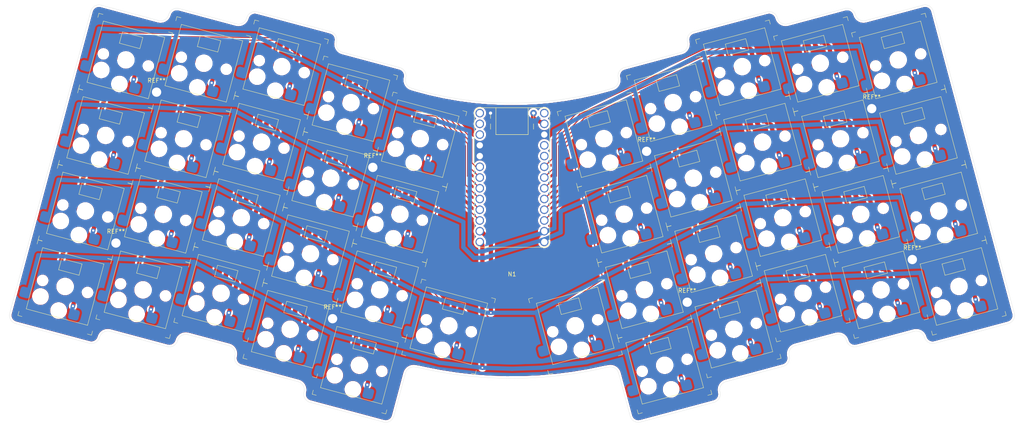
<source format=kicad_pcb>
(kicad_pcb (version 20211014) (generator pcbnew)
  (layers (0 "F.Cu" signal) (31 "B.Cu" signal) (34 "B.Paste" user) (35 "F.Paste" user) (36 "B.SilkS" user "B.Silkscreen") (37 "F.SilkS" user "F.Silkscreen") (38 "B.Mask" user) (39 "F.Mask" user) (44 "Edge.Cuts" user))
  (net 0 "")
  (net 1 "S3")
  (net 2 "L5")
  (net 3 "L4")
  (net 4 "L3")
  (net 5 "L2")
  (net 6 "L1")
  (net 7 "R1")
  (net 8 "R2")
  (net 9 "R3")
  (net 10 "R4")
  (net 11 "R5")
  (net 12 "S2")
  (net 13 "S1")
  (net 14 "S0")
  (net 15 "L0")
  (net 16 "R0")
  (net 17 "Net-(N1-Pad18)")
  (net 18 "Net-(N1-Pad17)")
  (net 19 "GND")
  (net 20 "Net-(N1-Pad15)")
  (net 21 "Net-(N1-Pad14)")
  (net 22 "Net-(N1-Pad3)")
  (net 23 "Net-(N1-Pad2)")
  (net 24 "Net-(N1-Pad1)")
  (footprint "batreus:HotChoc" (layer "F.Cu") (at 58.744995 72.170923 -15)
    (fp_text reference "S0" hide)
    (fp_text value "K" hide)
  )
  (footprint "batreus:HotChoc" (layer "F.Cu") (at 77.166936 72.965963 -15)
    (fp_text reference "S1" hide)
    (fp_text value "K" hide)
  )
  (footprint "batreus:HotChoc" (layer "F.Cu") (at 128.291654 90.805894 -15)
    (fp_text reference "S4" hide)
    (fp_text value "K" hide)
  )
  (footprint "batreus:HotChoc" (layer "F.Cu") (at 53.956843 90.040551 -15)
    (fp_text reference "S10" hide)
    (fp_text value "K" hide)
  )
  (footprint "batreus:HotChoc" (layer "F.Cu") (at 72.378784 90.83559 -15)
    (fp_text reference "S11" hide)
    (fp_text value "K" hide)
  )
  (footprint "batreus:HotChoc" (layer "F.Cu") (at 123.503502 108.675522 -15)
    (fp_text reference "S14" hide)
    (fp_text value "K" hide)
  )
  (footprint "batreus:HotChoc" (layer "F.Cu") (at 67.590631 108.705218 -15)
    (fp_text reference "S21" hide)
    (fp_text value "K" hide)
  )
  (footprint "batreus:HotChoc" (layer "F.Cu") (at 44.380538 125.779806 -15)
    (fp_text reference "S30" hide)
    (fp_text value "K" hide)
  )
  (footprint "batreus:HotChoc" (layer "F.Cu") (at 62.802479 126.574846 -15)
    (fp_text reference "S31" hide)
    (fp_text value "K" hide)
  )
  (footprint "batreus:HotChoc" (layer "F.Cu") (at 113.927197 144.414778 -15)
    (fp_text reference "S34" hide)
    (fp_text value "K" hide)
  )
  (footprint "batreus:HotChoc" (layer "F.Cu") (at 49.16869 107.910179 -15)
    (fp_text reference "S20" hide)
    (fp_text value "K" hide)
  )
  (footprint "batreus:HotChoc" (layer "F.Cu") (at 118.71535 126.54515 -15)
    (fp_text reference "S24" hide)
    (fp_text value "K" hide)
  )
  (footprint "batreus:HotChoc" (layer "F.Cu") (at 135.066738 135.067596 -15)
    (fp_text reference "S40" hide)
    (fp_text value "K" hide)
  )
  (footprint "batreus:HotChoc" (layer "F.Cu") (at 107.152113 100.153076 -15)
    (fp_text reference "S13" hide)
    (fp_text value "K" hide)
  )
  (footprint "batreus:HotChoc" (layer "F.Cu") (at 90.800725 91.63063 -15)
    (fp_text reference "S12" hide)
    (fp_text value "K" hide)
  )
  (footprint "batreus:HotChoc" (layer "F.Cu") (at 111.940266 82.283448 -15)
    (fp_text reference "S3" hide)
    (fp_text value "K" hide)
  )
  (footprint "batreus:HotChoc" (layer "F.Cu") (at 95.588877 73.761002 -15)
    (fp_text reference "S2" hide)
    (fp_text value "K" hide)
  )
  (footprint "batreus:HotChoc" (layer "F.Cu") (at 97.575809 135.892332 -15)
    (fp_text reference "S33" hide)
    (fp_text value "K" hide)
  )
  (footprint "batreus:HotChoc" (layer "F.Cu") (at 81.22442 127.369886 -15)
    (fp_text reference "S32" hide)
    (fp_text value "K" hide)
  )
  (footprint "batreus:HotChoc" (layer "F.Cu") (at 102.363961 118.022704 -15)
    (fp_text reference "S23" hide)
    (fp_text value "K" hide)
  )
  (footprint "batreus:HotChoc" (layer "F.Cu") (at 86.012572 109.500258 -15)
    (fp_text reference "S22" hide)
    (fp_text value "K" hide)
  )
  (footprint "batreus:HotChoc" (layer "F.Cu") (at 250.83131 107.910179 15)
    (fp_text reference "S29" hide)
    (fp_text value "K" hide)
  )
  (footprint "batreus:HotChoc" (layer "F.Cu") (at 186.072803 144.414778 15)
    (fp_text reference "S35" hide)
    (fp_text value "K" hide)
  )
  (footprint "batreus:HotChoc" (layer "F.Cu") (at 202.424191 135.892332 15)
    (fp_text reference "S36" hide)
    (fp_text value "K" hide)
  )
  (footprint "batreus:HotChoc" (layer "F.Cu") (at 181.28465 126.54515 15)
    (fp_text reference "S25" hide)
    (fp_text value "K" hide)
  )
  (footprint "batreus:HotChoc" (layer "F.Cu") (at 197.636039 118.022704 15)
    (fp_text reference "S26" hide)
    (fp_text value "K" hide)
  )
  (footprint "batreus:HotChoc" (layer "F.Cu") (at 213.987428 109.500258 15)
    (fp_text reference "S27" hide)
    (fp_text value "K" hide)
  )
  (footprint "batreus:HotChoc" (layer "F.Cu") (at 232.409369 108.705218 15)
    (fp_text reference "S28" hide)
    (fp_text value "K" hide)
  )
  (footprint "batreus:HotChoc" (layer "F.Cu") (at 218.77558 127.369886 15)
    (fp_text reference "S37" hide)
    (fp_text value "K" hide)
  )
  (footprint "batreus:HotChoc" (layer "F.Cu") (at 237.197521 126.574846 15)
    (fp_text reference "S38" hide)
    (fp_text value "K" hide)
  )
  (footprint "batreus:HotChoc" (layer "F.Cu") (at 255.619462 125.779806 15)
    (fp_text reference "S39" hide)
    (fp_text value "K" hide)
  )
  (footprint "batreus:HotChoc" (layer "F.Cu") (at 209.199275 91.63063 15)
    (fp_text reference "S17" hide)
    (fp_text value "K" hide)
  )
  (footprint "batreus:HotChoc" (layer "F.Cu") (at 227.621216 90.83559 15)
    (fp_text reference "S18" hide)
    (fp_text value "K" hide)
  )
  (footprint "batreus:HotChoc" (layer "F.Cu") (at 246.043157 90.040551 15)
    (fp_text reference "S19" hide)
    (fp_text value "K" hide)
  )
  (footprint "batreus:HotChoc" (layer "F.Cu") (at 176.496498 108.675522 15)
    (fp_text reference "S15" hide)
    (fp_text value "K" hide)
  )
  (footprint "batreus:HotChoc" (layer "F.Cu") (at 192.847887 100.153076 15)
    (fp_text reference "S16" hide)
    (fp_text value "K" hide)
  )
  (footprint "batreus:HotChoc" (layer "F.Cu") (at 171.708346 90.805894 15)
    (fp_text reference "S5" hide)
    (fp_text value "K" hide)
  )
  (footprint "batreus:HotChoc" (layer "F.Cu") (at 188.059734 82.283448 15)
    (fp_text reference "S6" hide)
    (fp_text value "K" hide)
  )
  (footprint "batreus:HotChoc" (layer "F.Cu") (at 204.411123 73.761002 15)
    (fp_text reference "S7" hide)
    (fp_text value "K" hide)
  )
  (footprint "batreus:HotChoc" (layer "F.Cu") (at 222.833064 72.965963 15)
    (fp_text reference "S8" hide)
    (fp_text value "K" hide)
  )
  (footprint "batreus:HotChoc" (layer "F.Cu") (at 241.255005 72.170923 15)
    (fp_text reference "S9" hide)
    (fp_text value "K" hide)
  )
  (footprint "batreus:HotChoc" (layer "F.Cu") (at 164.933262 135.067596 15)
    (fp_text reference "S41" hide)
    (fp_text value "K" hide)
  )
  (footprint "batreus:nice!nano" (layer "F.Cu") (at 150 100)
    (fp_text reference "N1")
    (fp_text value "nice!nano")
  )
  (footprint "MountingHole:MountingHole_2.2mm_M2_ISO7380_Pad" (layer "F.Cu") (at 235 83.7)
    (fp_text reference "REF**")
    (fp_text value "MountingHole_2.2mm_M2_ISO7380_Pad")
  )
  (footprint "MountingHole:MountingHole_2.2mm_M2_ISO7380_Pad" (layer "F.Cu") (at 244.6 119.4)
    (fp_text reference "REF**")
    (fp_text value "MountingHole_2.2mm_M2_ISO7380_Pad")
  )
  (footprint "MountingHole:MountingHole_2.2mm_M2_ISO7380_Pad" (layer "F.Cu") (at 191.4 129.5)
    (fp_text reference "REF**")
    (fp_text value "MountingHole_2.2mm_M2_ISO7380_Pad")
  )
  (footprint "MountingHole:MountingHole_2.2mm_M2_ISO7380_Pad" (layer "F.Cu") (at 181.8 93.8)
    (fp_text reference "REF**")
    (fp_text value "MountingHole_2.2mm_M2_ISO7380_Pad")
  )
  (footprint "MountingHole:MountingHole_2.2mm_M2_ISO7380_Pad" (layer "F.Cu") (at 56.4 115.5)
    (fp_text reference "REF**")
    (fp_text value "MountingHole_2.2mm_M2_ISO7380_Pad")
  )
  (footprint "MountingHole:MountingHole_2.2mm_M2_ISO7380_Pad" (layer "F.Cu") (at 66 79.8)
    (fp_text reference "REF**")
    (fp_text value "MountingHole_2.2mm_M2_ISO7380_Pad")
  )
  (footprint "MountingHole:MountingHole_2.2mm_M2_ISO7380_Pad" (layer "F.Cu") (at 107.6 133.4)
    (fp_text reference "REF**")
    (fp_text value "MountingHole_2.2mm_M2_ISO7380_Pad")
  )
  (footprint "MountingHole:MountingHole_2.2mm_M2_ISO7380_Pad" (layer "F.Cu") (at 117.1 97.6)
    (fp_text reference "REF**")
    (fp_text value "MountingHole_2.2mm_M2_ISO7380_Pad")
  )
  (gr_arc (start 83.07763 139.772127) (mid 84.292043 140.703979) (end 84.491844 142.221617) (layer "Edge.Cuts") (width 0.05))
  (gr_arc (start 126.309035 78.886615) (mid 125.094622 77.954763) (end 124.894821 76.437125) (layer "Edge.Cuts") (width 0.05))
  (gr_line (start 119.644111 157.852296) (end 102.257446 153.193553) (layer "Edge.Cuts") (width 0.05))
  (gr_line (start 122.093601 156.438083) (end 124.811201 146.295861) (layer "Edge.Cuts") (width 0.05))
  (gr_line (start 99.429019 148.294574) (end 85.906057 144.671107) (layer "Edge.Cuts") (width 0.05))
  (gr_line (start 83.07763 139.772128) (end 73.418372 137.183937) (layer "Edge.Cuts") (width 0.05))
  (gr_line (start 50.097451 139.217325) (end 32.710786 134.558582) (layer "Edge.Cuts") (width 0.05))
  (gr_line (start 52.898672 59.216368) (end 66.421634 62.839834) (layer "Edge.Cuts") (width 0.05))
  (gr_line (start 71.320613 60.011407) (end 84.843575 63.634874) (layer "Edge.Cuts") (width 0.05))
  (gr_line (start 89.742554 60.806447) (end 107.129219 65.465189) (layer "Edge.Cuts") (width 0.05))
  (gr_line (start 109.957646 70.364169) (end 123.480608 73.987636) (layer "Edge.Cuts") (width 0.05))
  (gr_line (start 31.296573 132.109092) (end 50.449182 60.630581) (layer "Edge.Cuts") (width 0.05))
  (gr_line (start 177.906399 156.438083) (end 175.188799 146.295861) (layer "Edge.Cuts") (width 0.05))
  (gr_arc (start 172.739309 144.881649) (mid 174.256947 145.081449) (end 175.188799 146.295861) (layer "Edge.Cuts") (width 0.05))
  (gr_arc (start 180.355889 157.852297) (mid 178.838251 157.652496) (end 177.906399 156.438083) (layer "Edge.Cuts") (width 0.05))
  (gr_arc (start 191.456568 67.914679) (mid 191.256767 69.432317) (end 190.042354 70.364169) (layer "Edge.Cuts") (width 0.05))
  (gr_arc (start 215.508156 142.221618) (mid 215.308355 143.739256) (end 214.093943 144.671107) (layer "Edge.Cuts") (width 0.05))
  (gr_line (start 215.156425 63.634874) (end 228.679387 60.011407) (layer "Edge.Cuts") (width 0.05))
  (gr_arc (start 226.581628 137.183937) (mid 228.099266 137.383738) (end 229.031118 138.598151) (layer "Edge.Cuts") (width 0.05))
  (gr_arc (start 231.480608 140.012365) (mid 229.96297 139.812564) (end 229.031118 138.598151) (layer "Edge.Cuts") (width 0.05))
  (gr_line (start 176.519392 73.987636) (end 190.042354 70.364169) (layer "Edge.Cuts") (width 0.05))
  (gr_arc (start 268.703427 132.109091) (mid 268.503627 133.62673) (end 267.289214 134.558582) (layer "Edge.Cuts") (width 0.05))
  (gr_line (start 197.742554 153.193553) (end 180.355889 157.852296) (layer "Edge.Cuts") (width 0.05))
  (gr_arc (start 199.156767 150.744064) (mid 199.356568 149.226426) (end 200.570981 148.294574) (layer "Edge.Cuts") (width 0.05))
  (gr_arc (start 245.003569 136.388897) (mid 246.521207 136.588698) (end 247.453059 137.803111) (layer "Edge.Cuts") (width 0.05))
  (gr_arc (start 249.902549 139.217325) (mid 248.384911 139.017524) (end 247.453059 137.803111) (layer "Edge.Cuts") (width 0.05))
  (gr_arc (start 215.508157 142.221617) (mid 215.707958 140.703979) (end 216.92237 139.772128) (layer "Edge.Cuts") (width 0.05))
  (gr_line (start 192.870781 65.465189) (end 210.257446 60.806447) (layer "Edge.Cuts") (width 0.05))
  (gr_arc (start 175.105179 76.437125) (mid 175.30498 74.919487) (end 176.519392 73.987636) (layer "Edge.Cuts") (width 0.05))
  (gr_arc (start 233.578366 62.839834) (mid 232.060728 62.640033) (end 231.128877 61.425621) (layer "Edge.Cuts") (width 0.05))
  (gr_arc (start 191.456567 67.914679) (mid 191.656368 66.397041) (end 192.870781 65.465189) (layer "Edge.Cuts") (width 0.05))
  (gr_arc (start 247.101328 59.216367) (mid 248.618966 59.416168) (end 249.550818 60.630581) (layer "Edge.Cuts") (width 0.05))
  (gr_arc (start 210.257446 60.806446) (mid 211.775084 61.006247) (end 212.706936 62.22066) (layer "Edge.Cuts") (width 0.05))
  (gr_line (start 233.578366 62.839834) (end 247.101328 59.216368) (layer "Edge.Cuts") (width 0.05))
  (gr_arc (start 199.156767 150.744064) (mid 198.956966 152.261702) (end 197.742554 153.193553) (layer "Edge.Cuts") (width 0.05))
  (gr_line (start 268.703427 132.109092) (end 249.550818 60.630581) (layer "Edge.Cuts") (width 0.05))
  (gr_arc (start 215.156425 63.634873) (mid 213.638787 63.435072) (end 212.706936 62.22066) (layer "Edge.Cuts") (width 0.05))
  (gr_arc (start 175.105179 76.437125) (mid 174.905378 77.954763) (end 173.690965 78.886615) (layer "Edge.Cuts") (width 0.05))
  (gr_line (start 245.003569 136.388898) (end 231.480608 140.012364) (layer "Edge.Cuts") (width 0.05))
  (gr_line (start 200.570981 148.294574) (end 214.093943 144.671107) (layer "Edge.Cuts") (width 0.05))
  (gr_arc (start 228.679387 60.011407) (mid 230.197025 60.211208) (end 231.128877 61.425621) (layer "Edge.Cuts") (width 0.05))
  (gr_line (start 267.289214 134.558582) (end 249.902549 139.217325) (layer "Edge.Cuts") (width 0.05))
  (gr_line (start 226.581628 137.183937) (end 216.92237 139.772128) (layer "Edge.Cuts") (width 0.05))
  (gr_line (start 172.739309 144.881649) (end 172 144.999999) (layer "Edge.Cuts") (width 0.05))
  (gr_line (start 126.309035 78.886615) (end 127 79.1) (layer "Edge.Cuts") (width 0.05))
  (gr_line (start 173.690965 78.886615) (end 173.102396 79.070154) (layer "Edge.Cuts") (width 0.05))
  (gr_arc (start 87.293065 62.22066) (mid 88.224916 61.006248) (end 89.742554 60.806447) (layer "Edge.Cuts") (width 0.05))
  (gr_arc (start 85.906056 144.671107) (mid 84.691644 143.739255) (end 84.491844 142.221617) (layer "Edge.Cuts") (width 0.05))
  (gr_arc (start 68.871123 61.425621) (mid 67.939272 62.640033) (end 66.421634 62.839834) (layer "Edge.Cuts") (width 0.05))
  (gr_arc (start 109.957646 70.364168) (mid 108.743234 69.432317) (end 108.543433 67.914679) (layer "Edge.Cuts") (width 0.05))
  (gr_arc (start 50.449183 60.630581) (mid 51.381034 59.416169) (end 52.898672 59.216368) (layer "Edge.Cuts") (width 0.05))
  (gr_line (start 127.26069 144.881648) (end 128 145) (layer "Edge.Cuts") (width 0.05))
  (gr_arc (start 87.293065 62.22066) (mid 86.361213 63.435073) (end 84.843575 63.634874) (layer "Edge.Cuts") (width 0.05))
  (gr_arc (start 123.480608 73.987636) (mid 124.69502 74.919487) (end 124.894821 76.437125) (layer "Edge.Cuts") (width 0.05))
  (gr_arc (start 173.102396 79.070154) (mid 150.053329 82.376011) (end 127 79.1) (layer "Edge.Cuts") (width 0.05))
  (gr_arc (start 32.710787 134.558582) (mid 31.496374 133.62673) (end 31.296573 132.109092) (layer "Edge.Cuts") (width 0.05))
  (gr_arc (start 52.546941 137.803111) (mid 51.615089 139.017524) (end 50.097451 139.217325) (layer "Edge.Cuts") (width 0.05))
  (gr_arc (start 70.968882 138.598151) (mid 71.900734 137.383738) (end 73.418372 137.183937) (layer "Edge.Cuts") (width 0.05))
  (gr_line (start 54.996431 136.388898) (end 68.519392 140.012364) (layer "Edge.Cuts") (width 0.05))
  (gr_arc (start 52.546942 137.803111) (mid 53.478793 136.588699) (end 54.996431 136.388898) (layer "Edge.Cuts") (width 0.05))
  (gr_arc (start 99.429019 148.294575) (mid 100.643431 149.226426) (end 100.843232 150.744064) (layer "Edge.Cuts") (width 0.05))
  (gr_arc (start 102.257446 153.193554) (mid 101.043033 152.261702) (end 100.843232 150.744064) (layer "Edge.Cuts") (width 0.05))
  (gr_arc (start 124.8112 146.295862) (mid 125.743052 145.081449) (end 127.26069 144.881648) (layer "Edge.Cuts") (width 0.05))
  (gr_arc (start 70.968881 138.598151) (mid 70.03703 139.812563) (end 68.519392 140.012364) (layer "Edge.Cuts") (width 0.05))
  (gr_arc (start 122.0936 156.438083) (mid 121.161749 157.652495) (end 119.644111 157.852296) (layer "Edge.Cuts") (width 0.05))
  (gr_arc (start 172 144.999999) (mid 150 147.514101) (end 128.000001 144.999999) (layer "Edge.Cuts") (width 0.05))
  (gr_arc (start 68.871123 61.425621) (mid 69.802975 60.211208) (end 71.320613 60.011407) (layer "Edge.Cuts") (width 0.05))
  (gr_arc (start 107.129219 65.465189) (mid 108.343632 66.397041) (end 108.543433 67.914679) (layer "Edge.Cuts") (width 0.05))
  (segment (start 83.086921 132.010046) (end 85.015123 124.813899) (width 1) (layer "F.Cu") (net 0))
  (segment (start 85.015123 124.813899) (end 84.060529 123.160493) (width 1) (layer "F.Cu") (net 0))
  (segment (start 113.802767 86.923609) (end 115.730969 79.727461) (width 1) (layer "F.Cu") (net 0))
  (segment (start 115.730969 79.727461) (end 114.776375 78.074056) (width 1) (layer "F.Cu") (net 0))
  (segment (start 110.942817 97.597089) (end 109.988222 95.943684) (width 1) (layer "F.Cu") (net 0))
  (segment (start 109.014615 104.793236) (end 110.942817 97.597089) (width 1) (layer "F.Cu") (net 0))
  (segment (start 64.66498 131.215006) (end 66.593182 124.018859) (width 1) (layer "F.Cu") (net 0))
  (segment (start 106.154664 115.466717) (end 105.20007 113.813311) (width 1) (layer "F.Cu") (net 0))
  (segment (start 104.226462 122.662864) (end 106.154664 115.466717) (width 1) (layer "F.Cu") (net 0))
  (segment (start 66.593182 124.018859) (end 65.638588 122.365453) (width 1) (layer "F.Cu") (net 0))
  (segment (start 79.029437 77.606123) (end 80.957639 70.409976) (width 1) (layer "F.Cu") (net 0))
  (segment (start 80.957639 70.409976) (end 80.003045 68.75657) (width 1) (layer "F.Cu") (net 0))
  (segment (start 97.451378 78.401163) (end 99.37958 71.205015) (width 1) (layer "F.Cu") (net 0))
  (segment (start 99.37958 71.205015) (end 98.424986 69.55161) (width 1) (layer "F.Cu") (net 0))
  (segment (start 87.875074 114.140418) (end 89.803276 106.944271) (width 1) (layer "F.Cu") (net 0))
  (segment (start 94.591428 89.074643) (end 93.636834 87.421237) (width 1) (layer "F.Cu") (net 0))
  (segment (start 89.803276 106.944271) (end 88.848681 105.290865) (width 1) (layer "F.Cu") (net 0))
  (segment (start 92.663226 96.27079) (end 94.591428 89.074643) (width 1) (layer "F.Cu") (net 0))
  (segment (start 76.169487 88.279603) (end 75.214893 86.626198) (width 1) (layer "F.Cu") (net 0))
  (segment (start 74.241285 95.475751) (end 76.169487 88.279603) (width 1) (layer "F.Cu") (net 0))
  (segment (start 101.366512 133.336345) (end 100.411918 131.682939) (width 1) (layer "F.Cu") (net 0))
  (segment (start 99.43831 140.532492) (end 101.366512 133.336345) (width 1) (layer "F.Cu") (net 0))
  (segment (start 71.381334 106.149231) (end 70.42674 104.495826) (width 1) (layer "F.Cu") (net 0))
  (segment (start 69.453133 113.345379) (end 71.381334 106.149231) (width 1) (layer "F.Cu") (net 0))
  (segment (start 217.920481 112.587504) (end 215.992279 105.391356) (width 1) (layer "F.Cu") (net 0))
  (segment (start 220.780432 123.260984) (end 219.127026 122.30639) (width 1) (layer "F.Cu") (net 0))
  (segment (start 249.976211 93.127797) (end 248.048009 85.93165) (width 1) (layer "F.Cu") (net 0))
  (segment (start 215.992279 105.391356) (end 214.338874 104.436762) (width 1) (layer "F.Cu") (net 0))
  (segment (start 211.204127 87.521729) (end 209.550722 86.567135) (width 1) (layer "F.Cu") (net 0))
  (segment (start 257.624314 121.670905) (end 255.970908 120.716311) (width 1) (layer "F.Cu") (net 0))
  (segment (start 254.764363 110.997425) (end 252.836162 103.801277) (width 1) (layer "F.Cu") (net 0))
  (segment (start 252.836162 103.801277) (end 251.182756 102.846683) (width 1) (layer "F.Cu") (net 0))
  (segment (start 190.064586 78.174547) (end 188.41118 77.219953) (width 1) (layer "F.Cu") (net 0))
  (segment (start 166.938113 130.958695) (end 165.284708 130.004101) (width 1) (layer "F.Cu") (net 0))
  (segment (start 168.866315 138.154842) (end 166.938113 130.958695) (width 1) (layer "F.Cu") (net 0))
  (segment (start 191.992788 85.370694) (end 190.064586 78.174547) (width 1) (layer "F.Cu") (net 0))
  (segment (start 194.852738 96.044175) (end 193.199333 95.089581) (width 1) (layer "F.Cu") (net 0))
  (segment (start 213.132329 94.717876) (end 211.204127 87.521729) (width 1) (layer "F.Cu") (net 0))
  (segment (start 222.708634 130.457132) (end 220.780432 123.260984) (width 1) (layer "F.Cu") (net 0))
  (segment (start 208.344177 76.848248) (end 206.415975 69.652101) (width 1) (layer "F.Cu") (net 0))
  (segment (start 206.415975 69.652101) (end 204.762569 68.697507) (width 1) (layer "F.Cu") (net 0))
  (segment (start 226.766118 76.053209) (end 224.837916 68.857061) (width 1) (layer "F.Cu") (net 0))
  (segment (start 224.837916 68.857061) (end 223.18451 67.902467) (width 1) (layer "F.Cu") (net 0))
  (segment (start 236.342422 111.792464) (end 234.41422 104.596317) (width 1) (layer "F.Cu") (net 0))
  (segment (start 229.626068 86.726689) (end 227.972663 85.772095) (width 1) (layer "F.Cu") (net 0))
  (segment (start 231.55427 93.922837) (end 229.626068 86.726689) (width 1) (layer "F.Cu") (net 0))
  (segment (start 234.41422 104.596317) (end 232.760815 103.641723) (width 1) (layer "F.Cu") (net 0))
  (segment (start 241.130575 129.662092) (end 239.202373 122.465945) (width 1) (layer "F.Cu") (net 0))
  (segment (start 239.202373 122.465945) (end 237.548967 121.511351) (width 1) (layer "F.Cu") (net 0))
  (segment (start 245.188059 75.258169) (end 243.259857 68.062022) (width 1) (layer "F.Cu") (net 0))
  (segment (start 243.259857 68.062022) (end 241.606451 67.107428) (width 1) (layer "F.Cu") (net 0))
  (segment (start 248.048009 85.93165) (end 246.394604 84.977056) (width 1) (layer "F.Cu") (net 0))
  (segment (start 259.552516 128.867053) (end 257.624314 121.670905) (width 1) (layer "F.Cu") (net 0))
  (segment (start 188.077654 140.305877) (end 186.424249 139.351282) (width 1) (layer "F.Cu") (net 0))
  (segment (start 199.640891 113.913803) (end 197.987485 112.959208) (width 1) (layer "F.Cu") (net 0))
  (segment (start 201.569093 121.10995) (end 199.640891 113.913803) (width 1) (layer "F.Cu") (net 0))
  (segment (start 185.217704 129.632396) (end 183.289502 122.436249) (width 1) (layer "F.Cu") (net 0))
  (segment (start 175.641399 93.893141) (end 173.713197 86.696993) (width 1) (layer "F.Cu") (net 0))
  (segment (start 183.289502 122.436249) (end 181.636096 121.481655) (width 1) (layer "F.Cu") (net 0))
  (segment (start 190.005856 147.502024) (end 188.077654 140.305877) (width 1) (layer "F.Cu") (net 0))
  (segment (start 196.78094 103.240322) (end 194.852738 96.044175) (width 1) (layer "F.Cu") (net 0))
  (segment (start 178.50135 104.566621) (end 176.847944 103.612027) (width 1) (layer "F.Cu") (net 0))
  (segment (start 173.713197 86.696993) (end 172.059792 85.742399) (width 1) (layer "F.Cu") (net 0))
  (segment (start 206.357245 138.979578) (end 204.429043 131.78343) (width 1) (layer "F.Cu") (net 0))
  (segment (start 204.429043 131.78343) (end 202.775638 130.828836) (width 1) (layer "F.Cu") (net 0))
  (segment (start 127.294205 106.119535) (end 126.339611 104.46613) (width 1) (layer "F.Cu") (net 0))
  (segment (start 52.959393 105.354192) (end 52.004799 103.700786) (width 1) (layer "F.Cu") (net 0))
  (segment (start 115.789699 149.054938) (end 117.717901 141.858791) (width 1) (layer "F.Cu") (net 0))
  (segment (start 46.243039 130.419967) (end 48.171241 123.22382) (width 1) (layer "F.Cu") (net 0))
  (segment (start 125.366003 113.315683) (end 127.294205 106.119535) (width 1) (layer "F.Cu") (net 0))
  (segment (start 138.857442 132.511609) (end 137.902847 130.858204) (width 1) (layer "F.Cu") (net 0))
  (segment (start 60.607496 76.811084) (end 62.535698 69.614936) (width 1) (layer "F.Cu") (net 0))
  (segment (start 136.92924 139.707757) (end 138.857442 132.511609) (width 1) (layer "F.Cu") (net 0))
  (segment (start 55.819344 94.680711) (end 57.747546 87.484564) (width 1) (layer "F.Cu") (net 0))
  (segment (start 48.171241 123.22382) (end 47.216647 121.570414) (width 1) (layer "F.Cu") (net 0))
  (segment (start 57.747546 87.484564) (end 56.792952 85.831158) (width 1) (layer "F.Cu") (net 0))
  (segment (start 132.082358 88.249907) (end 131.127763 86.596502) (width 1) (layer "F.Cu") (net 0))
  (segment (start 122.506053 123.989163) (end 121.551459 122.335757) (width 1) (layer "F.Cu") (net 0))
  (segment (start 51.031192 112.550339) (end 52.959393 105.354192) (width 1) (layer "F.Cu") (net 0))
  (segment (start 62.535698 69.614936) (end 61.581104 67.961531) (width 1) (layer "F.Cu") (net 0))
  (segment (start 130.154156 95.446055) (end 132.082358 88.249907) (width 1) (layer "F.Cu") (net 0))
  (segment (start 120.577851 131.18531) (end 122.506053 123.989163) (width 1) (layer "F.Cu") (net 0))
  (segment (start 117.717901 141.858791) (end 116.763306 140.205385) (width 1) (layer "F.Cu") (net 0))
  (segment (start 180.429552 111.762768) (end 178.50135 104.566621) (width 1) (layer "F.Cu") (net 0))
  (segment (start 73.943643 96.586566) (end 74.473973 97.505124) (width 1) (layer "B.Cu") (net 0))
  (segment (start 97.153736 79.511977) (end 97.684066 80.430536) (width 1) (layer "B.Cu") (net 0))
  (segment (start 74.241285 95.475751) (end 73.943643 96.586566) (width 1) (layer "B.Cu") (net 0))
  (segment (start 97.451378 78.401163) (end 97.153736 79.511977) (width 1) (layer "B.Cu") (net 0))
  (segment (start 108.716973 105.904051) (end 109.247303 106.82261) (width 1) (layer "B.Cu") (net 0))
  (segment (start 64.66498 131.215006) (end 64.367338 132.325821) (width 1) (layer "B.Cu") (net 0))
  (segment (start 109.014615 104.793236) (end 108.716973 105.904051) (width 1) (layer "B.Cu") (net 0))
  (segment (start 64.367338 132.325821) (end 64.897668 133.24438) (width 1) (layer "B.Cu") (net 0))
  (segment (start 99.43831 140.532492) (end 99.140668 141.643307) (width 1) (layer "B.Cu") (net 0))
  (segment (start 99.140668 141.643307) (end 99.670998 142.561865) (width 1) (layer "B.Cu") (net 0))
  (segment (start 83.086921 132.010046) (end 82.789279 133.120861) (width 1) (layer "B.Cu") (net 0))
  (segment (start 103.92882 123.773679) (end 104.459151 124.692238) (width 1) (layer "B.Cu") (net 0))
  (segment (start 82.789279 133.120861) (end 83.319609 134.039419) (width 1) (layer "B.Cu") (net 0))
  (segment (start 104.226462 122.662864) (end 103.92882 123.773679) (width 1) (layer "B.Cu") (net 0))
  (segment (start 87.577432 115.251233) (end 88.107762 116.169792) (width 1) (layer "B.Cu") (net 0))
  (segment (start 87.875074 114.140418) (end 87.577432 115.251233) (width 1) (layer "B.Cu") (net 0))
  (segment (start 113.505125 88.034423) (end 114.035455 88.952982) (width 1) (layer "B.Cu") (net 0))
  (segment (start 113.802767 86.923609) (end 113.505125 88.034423) (width 1) (layer "B.Cu") (net 0))
  (segment (start 69.155491 114.456193) (end 69.685821 115.374752) (width 1) (layer "B.Cu") (net 0))
  (segment (start 69.453133 113.345379) (end 69.155491 114.456193) (width 1) (layer "B.Cu") (net 0))
  (segment (start 92.365584 97.381605) (end 92.895914 98.300164) (width 1) (layer "B.Cu") (net 0))
  (segment (start 92.663226 96.27079) (end 92.365584 97.381605) (width 1) (layer "B.Cu") (net 0))
  (segment (start 79.029437 77.606123) (end 78.731795 78.716938) (width 1) (layer "B.Cu") (net 0))
  (segment (start 78.731795 78.716938) (end 79.262125 79.635496) (width 1) (layer "B.Cu") (net 0))
  (segment (start 180.727194 112.873583) (end 181.645752 113.403913) (width 1) (layer "B.Cu") (net 0))
  (segment (start 218.218123 113.698319) (end 219.136682 114.228649) (width 1) (layer "B.Cu") (net 0))
  (segment (start 201.569093 121.10995) (end 201.866735 122.220765) (width 1) (layer "B.Cu") (net 0))
  (segment (start 191.992788 85.370694) (end 192.29043 86.481509) (width 1) (layer "B.Cu") (net 0))
  (segment (start 245.485701 76.368984) (end 246.404259 76.899314) (width 1) (layer "B.Cu") (net 0))
  (segment (start 180.429552 111.762768) (end 180.727194 112.873583) (width 1) (layer "B.Cu") (net 0))
  (segment (start 231.851912 95.033651) (end 232.770471 95.563981) (width 1) (layer "B.Cu") (net 0))
  (segment (start 250.273853 94.238612) (end 251.192412 94.768942) (width 1) (layer "B.Cu") (net 0))
  (segment (start 217.920481 112.587504) (end 218.218123 113.698319) (width 1) (layer "B.Cu") (net 0))
  (segment (start 185.217704 129.632396) (end 185.515346 130.743211) (width 1) (layer "B.Cu") (net 0))
  (segment (start 236.640064 112.903279) (end 237.558623 113.433609) (width 1) (layer "B.Cu") (net 0))
  (segment (start 197.078582 104.351137) (end 197.997141 104.881467) (width 1) (layer "B.Cu") (net 0))
  (segment (start 192.29043 86.481509) (end 193.208989 87.011839) (width 1) (layer "B.Cu") (net 0))
  (segment (start 201.866735 122.220765) (end 202.785293 122.751095) (width 1) (layer "B.Cu") (net 0))
  (segment (start 227.06376 77.164024) (end 227.982318 77.694354) (width 1) (layer "B.Cu") (net 0))
  (segment (start 245.188059 75.258169) (end 245.485701 76.368984) (width 1) (layer "B.Cu") (net 0))
  (segment (start 175.641399 93.893141) (end 175.939041 95.003955) (width 1) (layer "B.Cu") (net 0))
  (segment (start 208.344177 76.848248) (end 208.641819 77.959063) (width 1) (layer "B.Cu") (net 0))
  (segment (start 236.342422 111.792464) (end 236.640064 112.903279) (width 1) (layer "B.Cu") (net 0))
  (segment (start 206.654887 140.090392) (end 207.573446 140.620723) (width 1) (layer "B.Cu") (net 0))
  (segment (start 190.005856 147.502024) (end 190.303498 148.612839) (width 1) (layer "B.Cu") (net 0))
  (segment (start 190.303498 148.612839) (end 191.222057 149.143169) (width 1) (layer "B.Cu") (net 0))
  (segment (start 254.764363 110.997425) (end 255.062005 112.10824) (width 1) (layer "B.Cu") (net 0))
  (segment (start 255.062005 112.10824) (end 255.980564 112.63857) (width 1) (layer "B.Cu") (net 0))
  (segment (start 206.357245 138.979578) (end 206.654887 140.090392) (width 1) (layer "B.Cu") (net 0))
  (segment (start 223.006276 131.567946) (end 223.924834 132.098276) (width 1) (layer "B.Cu") (net 0))
  (segment (start 222.708634 130.457132) (end 223.006276 131.567946) (width 1) (layer "B.Cu") (net 0))
  (segment (start 241.428217 130.772907) (end 242.346775 131.303237) (width 1) (layer "B.Cu") (net 0))
  (segment (start 241.130575 129.662092) (end 241.428217 130.772907) (width 1) (layer "B.Cu") (net 0))
  (segment (start 259.850158 129.977867) (end 260.768716 130.508197) (width 1) (layer "B.Cu") (net 0))
  (segment (start 196.78094 103.240322) (end 197.078582 104.351137) (width 1) (layer "B.Cu") (net 0))
  (segment (start 213.429971 95.828691) (end 214.34853 96.359021) (width 1) (layer "B.Cu") (net 0))
  (segment (start 226.766118 76.053209) (end 227.06376 77.164024) (width 1) (layer "B.Cu") (net 0))
  (segment (start 259.552516 128.867053) (end 259.850158 129.977867) (width 1) (layer "B.Cu") (net 0))
  (segment (start 249.976211 93.127797) (end 250.273853 94.238612) (width 1) (layer "B.Cu") (net 0))
  (segment (start 185.515346 130.743211) (end 186.433904 131.273541) (width 1) (layer "B.Cu") (net 0))
  (segment (start 213.132329 94.717876) (end 213.429971 95.828691) (width 1) (layer "B.Cu") (net 0))
  (segment (start 168.866315 138.154842) (end 169.163957 139.265657) (width 1) (layer "B.Cu") (net 0))
  (segment (start 175.939041 95.003955) (end 176.8576 95.534285) (width 1) (layer "B.Cu") (net 0))
  (segment (start 208.641819 77.959063) (end 209.560377 78.489393) (width 1) (layer "B.Cu") (net 0))
  (segment (start 231.55427 93.922837) (end 231.851912 95.033651) (width 1) (layer "B.Cu") (net 0))
  (segment (start 169.163957 139.265657) (end 170.082516 139.795987) (width 1) (layer "B.Cu") (net 0))
  (segment (start 120.280209 132.296125) (end 120.810539 133.214684) (width 1) (layer "B.Cu") (net 0))
  (segment (start 115.789699 149.054938) (end 115.492057 150.165753) (width 1) (layer "B.Cu") (net 0))
  (segment (start 46.243039 130.419967) (end 45.945397 131.530782) (width 1) (layer "B.Cu") (net 0))
  (segment (start 45.945397 131.530782) (end 46.475727 132.44934) (width 1) (layer "B.Cu") (net 0))
  (segment (start 55.819344 94.680711) (end 55.521702 95.791526) (width 1) (layer "B.Cu") (net 0))
  (segment (start 129.856514 96.55687) (end 130.386844 97.475428) (width 1) (layer "B.Cu") (net 0))
  (segment (start 125.366003 113.315683) (end 125.068361 114.426497) (width 1) (layer "B.Cu") (net 0))
  (segment (start 136.92924 139.707757) (end 136.631598 140.818571) (width 1) (layer "B.Cu") (net 0))
  (segment (start 115.492057 150.165753) (end 116.022387 151.084312) (width 1) (layer "B.Cu") (net 0))
  (segment (start 50.73355 113.661154) (end 51.26388 114.579713) (width 1) (layer "B.Cu") (net 0))
  (segment (start 130.154156 95.446055) (end 129.856514 96.55687) (width 1) (layer "B.Cu") (net 0))
  (segment (start 136.631598 140.818571) (end 137.161928 141.73713) (width 1) (layer "B.Cu") (net 0))
  (segment (start 55.521702 95.791526) (end 56.052032 96.710085) (width 1) (layer "B.Cu") (net 0))
  (segment (start 125.068361 114.426497) (end 125.598692 115.345056) (width 1) (layer "B.Cu") (net 0))
  (segment (start 120.577851 131.18531) (end 120.280209 132.296125) (width 1) (layer "B.Cu") (net 0))
  (segment (start 60.309854 77.921898) (end 60.840184 78.840457) (width 1) (layer "B.Cu") (net 0))
  (segment (start 60.607496 76.811084) (end 60.309854 77.921898) (width 1) (layer "B.Cu") (net 0))
  (segment (start 51.031192 112.550339) (end 50.73355 113.661154) (width 1) (layer "B.Cu") (net 0))
  (segment (start 105.636364 74.900304) (end 103.423461 83.15897) (width 1) (layer "B.Cu") (net 1))
  (segment (start 103.423461 83.15897) (end 102.504902 83.6893) (width 1) (layer "B.Cu") (net 1))
  (segment (start 89.284975 66.377858) (end 87.072072 74.636524) (width 1) (layer "B.Cu") (net 1))
  (segment (start 87.072072 74.636524) (end 86.153514 75.166854) (width 1) (layer "B.Cu") (net 1))
  (segment (start 68.650131 73.841484) (end 67.731573 74.371814) (width 1) (layer "B.Cu") (net 1))
  (segment (start 70.863034 65.582818) (end 68.650131 73.841484) (width 1) (layer "B.Cu") (net 1))
  (segment (start 234.316997 77.187549) (end 233.786666 78.106108) (width 1) (layer "B.Cu") (net 1))
  (segment (start 195.260212 70.518962) (end 197.473114 78.777628) (width 1) (layer "B.Cu") (net 1))
  (segment (start 232.104094 68.928883) (end 195.260212 70.518962) (width 1) (layer "B.Cu") (net 1))
  (segment (start 197.473114 78.777628) (end 196.942784 79.696187) (width 1) (layer "B.Cu") (net 1))
  (segment (start 181.121726 87.300074) (end 180.591396 88.218633) (width 1) (layer "B.Cu") (net 1))
  (segment (start 215.895056 77.982589) (end 215.364725 78.901147) (width 1) (layer "B.Cu") (net 1))
  (segment (start 178.908823 79.041409) (end 181.121726 87.300074) (width 1) (layer "B.Cu") (net 1))
  (segment (start 232.104094 68.928883) (end 234.316997 77.187549) (width 1) (layer "B.Cu") (net 1))
  (segment (start 213.682153 69.723923) (end 215.895056 77.982589) (width 1) (layer "B.Cu") (net 1))
  (segment (start 140 89) (end 140 116) (width 1) (layer "B.Cu") (net 1))
  (segment (start 164.770337 95.822521) (end 164.240007 96.741079) (width 1) (layer "B.Cu") (net 1))
  (segment (start 195.260212 70.518962) (end 162.557434 87.563855) (width 1) (layer "B.Cu") (net 1))
  (segment (start 141.5 117.5) (end 143 117.5) (width 1) (layer "B.Cu") (net 1))
  (segment (start 50.22819 73.046445) (end 49.309632 73.576775) (width 1) (layer "B.Cu") (net 1))
  (segment (start 52.441093 64.787779) (end 89.284975 66.377858) (width 1) (layer "B.Cu") (net 1))
  (segment (start 119.77485 91.681416) (end 118.856291 92.211746) (width 1) (layer "B.Cu") (net 1))
  (segment (start 140 116) (end 141.5 117.5) (width 1) (layer "B.Cu") (net 1))
  (segment (start 121.987752 83.42275) (end 140 89) (width 1) (layer "B.Cu") (net 1))
  (segment (start 143 117.5) (end 157.5 113) (width 1) (layer "B.Cu") (net 1))
  (segment (start 121.987753 83.42275) (end 89.284975 66.377858) (width 1) (layer "B.Cu") (net 1))
  (segment (start 162.557434 87.563855) (end 164.770337 95.822521) (width 1) (layer "B.Cu") (net 1))
  (segment (start 160 89) (end 162.557435 87.563854) (width 1) (layer "B.Cu") (net 1))
  (segment (start 157.5 113) (end 160 112) (width 1) (layer "B.Cu") (net 1))
  (segment (start 160 112) (end 160 89) (width 1) (layer "B.Cu") (net 1))
  (segment (start 121.987753 83.42275) (end 119.77485 91.681416) (width 1) (layer "B.Cu") (net 1))
  (segment (start 52.441093 64.787779) (end 50.22819 73.046445) (width 1) (layer "B.Cu") (net 1))
  (segment (start 142.38 97.46) (end 141.46 97.46) (width 0.25) (layer "F.Cu") (net 2))
  (segment (start 116.5 75.5) (end 100 67.5) (width 0.25) (layer "F.Cu") (net 2))
  (segment (start 48.817244 102.846683) (end 47.996207 102.626687) (width 1) (layer "F.Cu") (net 2))
  (segment (start 124 79.5) (end 116.5 75.5) (width 0.25) (layer "F.Cu") (net 2))
  (segment (start 95.446429 66.946429) (end 57.5 66.5) (width 0.25) (layer "F.Cu") (net 2))
  (segment (start 140.5 96.5) (end 140.5 91) (width 0.25) (layer "F.Cu") (net 2))
  (segment (start 100 67.5) (end 95.446429 66.946429) (width 0.25) (layer "F.Cu") (net 2))
  (segment (start 58.393549 67.107428) (end 57.572512 66.887432) (width 1) (layer "F.Cu") (net 2))
  (segment (start 140.5 91) (end 133.9375 83.5625) (width 0.25) (layer "F.Cu") (net 2))
  (segment (start 141.46 97.46) (end 140.5 96.5) (width 0.25) (layer "F.Cu") (net 2))
  (segment (start 44.029092 120.716311) (end 43.208055 120.496315) (width 1) (layer "F.Cu") (net 2))
  (segment (start 57.572512 66.887432) (end 43.208055 120.496315) (width 1) (layer "F.Cu") (net 2))
  (segment (start 53.605396 84.977056) (end 52.784359 84.757059) (width 1) (layer "F.Cu") (net 2))
  (segment (start 133.9375 83.5625) (end 124 79.5) (width 0.25) (layer "F.Cu") (net 2))
  (segment (start 75.994453 67.682471) (end 61.629996 121.291354) (width 1) (layer "F.Cu") (net 3))
  (segment (start 66.418148 103.421727) (end 67.239185 103.641723) (width 1) (layer "F.Cu") (net 3))
  (segment (start 72.027337 85.772095) (end 71.2063 85.552099) (width 1) (layer "F.Cu") (net 3))
  (segment (start 61.629996 121.291354) (end 62.451033 121.511351) (width 1) (layer "F.Cu") (net 3))
  (segment (start 76.81549 67.902467) (end 75.994453 67.682471) (width 1) (layer "F.Cu") (net 3))
  (segment (start 142.38 100) (end 140 97.62) (width 0.25) (layer "F.Cu") (net 3))
  (segment (start 140 91.5) (end 133.5 84) (width 0.25) (layer "F.Cu") (net 3))
  (segment (start 140 97.62) (end 140 91.5) (width 0.25) (layer "F.Cu") (net 3))
  (segment (start 116 76) (end 99.5 68) (width 0.25) (layer "F.Cu") (net 3))
  (segment (start 133.5 84) (end 123.5 80) (width 0.25) (layer "F.Cu") (net 3))
  (segment (start 95.5 67.5) (end 76 67.5) (width 0.25) (layer "F.Cu") (net 3))
  (segment (start 123.5 80) (end 116 76) (width 0.25) (layer "F.Cu") (net 3))
  (segment (start 99.5 68) (end 95.5 67.5) (width 0.25) (layer "F.Cu") (net 3))
  (segment (start 80.872974 122.30639) (end 80.051937 122.086394) (width 1) (layer "F.Cu") (net 4))
  (segment (start 90.449278 86.567135) (end 89.628242 86.347138) (width 1) (layer "F.Cu") (net 4))
  (segment (start 85.661126 104.436762) (end 84.840089 104.216766) (width 1) (layer "F.Cu") (net 4))
  (segment (start 95.237431 68.697507) (end 94.416394 68.477511) (width 1) (layer "F.Cu") (net 4))
  (segment (start 94.416394 68.477511) (end 80.051937 122.086394) (width 1) (layer "F.Cu") (net 4))
  (segment (start 142.38 102.54) (end 139.49999 99.65999) (width 0.25) (layer "F.Cu") (net 4))
  (segment (start 115.5 76.5) (end 99 68.5) (width 0.25) (layer "F.Cu") (net 4))
  (segment (start 139.49999 99.65999) (end 139.49999 91.99999) (width 0.25) (layer "F.Cu") (net 4))
  (segment (start 123 80.5) (end 115.5 76.5) (width 0.25) (layer "F.Cu") (net 4))
  (segment (start 132.9375 84.5625) (end 123 80.5) (width 0.25) (layer "F.Cu") (net 4))
  (segment (start 99 68.5) (end 94.5 68) (width 0.25) (layer "F.Cu") (net 4))
  (segment (start 139.49999 91.99999) (end 132.9375 84.5625) (width 0.25) (layer "F.Cu") (net 4))
  (segment (start 111.58882 77.219953) (end 110.767783 76.999957) (width 1) (layer "F.Cu") (net 5))
  (segment (start 106.800667 95.089581) (end 105.97963 94.869584) (width 1) (layer "F.Cu") (net 5))
  (segment (start 97.224362 130.828836) (end 96.403326 130.60884) (width 1) (layer "F.Cu") (net 5))
  (segment (start 102.012515 112.959208) (end 101.191478 112.739212) (width 1) (layer "F.Cu") (net 5))
  (segment (start 110.767783 76.999957) (end 96.403326 130.60884) (width 1) (layer "F.Cu") (net 5))
  (segment (start 115 77) (end 110.5 77) (width 0.25) (layer "F.Cu") (net 5))
  (segment (start 132.5 85) (end 122.5 81) (width 0.25) (layer "F.Cu") (net 5))
  (segment (start 139 92.5) (end 132.5 85) (width 0.25) (layer "F.Cu") (net 5))
  (segment (start 122.5 81) (end 115 77) (width 0.25) (layer "F.Cu") (net 5))
  (segment (start 142.38 105.08) (end 138.99998 101.69998) (width 0.25) (layer "F.Cu") (net 5))
  (segment (start 138.99998 101.69998) (end 139 92.5) (width 0.25) (layer "F.Cu") (net 5))
  (segment (start 142.38 107.62) (end 138.49997 103.73997) (width 0.25) (layer "F.Cu") (net 6))
  (segment (start 127.119171 85.522403) (end 112.754714 139.131286) (width 1) (layer "F.Cu") (net 6))
  (segment (start 118.363904 121.481655) (end 117.542867 121.261658) (width 1) (layer "F.Cu") (net 6))
  (segment (start 138.49997 103.73997) (end 138.5 93) (width 0.25) (layer "F.Cu") (net 6))
  (segment (start 113.575751 139.351282) (end 112.754714 139.131286) (width 1) (layer "F.Cu") (net 6))
  (segment (start 138.5 93) (end 132 85.5) (width 0.25) (layer "F.Cu") (net 6))
  (segment (start 127.940208 85.742399) (end 127.119171 85.522403) (width 1) (layer "F.Cu") (net 6))
  (segment (start 123.152056 103.612027) (end 122.331019 103.392031) (width 1) (layer "F.Cu") (net 6))
  (segment (start 132 85.5) (end 127 85) (width 0.25) (layer "F.Cu") (net 6))
  (segment (start 173.660389 104.46613) (end 172.839352 104.686126) (width 1) (layer "F.Cu") (net 7))
  (segment (start 182.415657 140.425381) (end 183.236694 140.205385) (width 1) (layer "F.Cu") (net 7))
  (segment (start 168.0512 86.816498) (end 168.872237 86.596502) (width 1) (layer "F.Cu") (net 7))
  (segment (start 178.448541 122.335757) (end 177.627504 122.555754) (width 1) (layer "F.Cu") (net 7))
  (segment (start 157.62 107.62) (end 161.5 103.74) (width 0.25) (layer "F.Cu") (net 7))
  (segment (start 161.5 93) (end 167.5 86.5) (width 0.25) (layer "F.Cu") (net 7))
  (segment (start 167.5 86.5) (end 169 86) (width 0.25) (layer "F.Cu") (net 7))
  (segment (start 170.615057 96.384943) (end 182.415657 140.425381) (width 1) (layer "F.Cu") (net 7))
  (segment (start 170.26927 96.384943) (end 170.615057 96.384943) (width 0.25) (layer "F.Cu") (net 7))
  (segment (start 168.0512 86.816498) (end 170.615057 96.384943) (width 1) (layer "F.Cu") (net 7))
  (segment (start 161.5 103.74) (end 161.5 93) (width 0.25) (layer "F.Cu") (net 7))
  (segment (start 193.978893 114.033307) (end 194.79993 113.813311) (width 1) (layer "F.Cu") (net 8))
  (segment (start 198.767045 131.902935) (end 199.588082 131.682939) (width 1) (layer "F.Cu") (net 8))
  (segment (start 184.402588 78.294052) (end 185.223625 78.074056) (width 1) (layer "F.Cu") (net 8))
  (segment (start 189.190741 96.16368) (end 190.011778 95.943684) (width 1) (layer "F.Cu") (net 8))
  (segment (start 184.402588 78.294052) (end 198.767045 131.902935) (width 1) (layer "F.Cu") (net 8))
  (segment (start 161 92.5) (end 167 86) (width 0.25) (layer "F.Cu") (net 8))
  (segment (start 157.62 105.08) (end 161 101.7) (width 0.25) (layer "F.Cu") (net 8))
  (segment (start 167 86) (end 184 78) (width 0.25) (layer "F.Cu") (net 8))
  (segment (start 161 101.7) (end 161 92.5) (width 0.25) (layer "F.Cu") (net 8))
  (segment (start 201.575014 69.55161) (end 200.753977 69.771606) (width 1) (layer "F.Cu") (net 9))
  (segment (start 211.151319 105.290865) (end 210.330282 105.510861) (width 1) (layer "F.Cu") (net 9))
  (segment (start 206.363166 87.421237) (end 205.542129 87.641234) (width 1) (layer "F.Cu") (net 9))
  (segment (start 200.753977 69.771606) (end 215.118434 123.380489) (width 1) (layer "F.Cu") (net 9))
  (segment (start 215.939471 123.160493) (end 215.118434 123.380489) (width 1) (layer "F.Cu") (net 9))
  (segment (start 157.62 102.54) (end 160.5 99.66) (width 0.25) (layer "F.Cu") (net 9))
  (segment (start 183.5 77.5) (end 200.5 69.5) (width 0.25) (layer "F.Cu") (net 9))
  (segment (start 160.5 92) (end 166.5 85.5) (width 0.25) (layer "F.Cu") (net 9))
  (segment (start 166.5 85.5) (end 183.5 77.5) (width 0.25) (layer "F.Cu") (net 9))
  (segment (start 160.5 99.66) (end 160.5 92) (width 0.25) (layer "F.Cu") (net 9))
  (segment (start 234.361412 122.365453) (end 233.73356 122.533686) (width 1) (layer "F.Cu") (net 10))
  (segment (start 233.540375 122.58545) (end 219.175918 68.976566) (width 1) (layer "F.Cu") (net 10))
  (segment (start 224.785107 86.626198) (end 223.96407 86.846194) (width 1) (layer "F.Cu") (net 10))
  (segment (start 219.996955 68.75657) (end 219.175918 68.976566) (width 1) (layer "F.Cu") (net 10))
  (segment (start 229.57326 104.495826) (end 229.042 104.638176) (width 1) (layer "F.Cu") (net 10))
  (segment (start 160 91.5) (end 166 85) (width 0.25) (layer "F.Cu") (net 10))
  (segment (start 160 97.62) (end 160 91.5) (width 0.25) (layer "F.Cu") (net 10))
  (segment (start 157.62 100) (end 160 97.62) (width 0.25) (layer "F.Cu") (net 10))
  (segment (start 217.5 67.5) (end 219.5 68.5) (width 0.25) (layer "F.Cu") (net 10))
  (segment (start 205 67.5) (end 217.5 67.5) (width 0.25) (layer "F.Cu") (net 10))
  (segment (start 200 69) (end 205 67.5) (width 0.25) (layer "F.Cu") (net 10))
  (segment (start 166 85) (end 200 69) (width 0.25) (layer "F.Cu") (net 10))
  (segment (start 237.597859 68.181527) (end 251.962316 121.79041) (width 1) (layer "F.Cu") (net 11))
  (segment (start 252.783353 121.570414) (end 251.962316 121.79041) (width 1) (layer "F.Cu") (net 11))
  (segment (start 237.597859 68.181527) (end 238.418896 67.961531) (width 1) (layer "F.Cu") (net 11))
  (segment (start 247.174164 103.920782) (end 247.995201 103.700786) (width 1) (layer "F.Cu") (net 11))
  (segment (start 242.386011 86.051155) (end 243.207048 85.831158) (width 1) (layer "F.Cu") (net 11))
  (segment (start 165.5 84.5) (end 199.5 68.5) (width 0.25) (layer "F.Cu") (net 11))
  (segment (start 159.5 95.58) (end 159.5 91) (width 0.25) (layer "F.Cu") (net 11))
  (segment (start 159.5 91) (end 165.5 84.5) (width 0.25) (layer "F.Cu") (net 11))
  (segment (start 199.5 68.5) (end 204.5 67) (width 0.25) (layer "F.Cu") (net 11))
  (segment (start 204.5 67) (end 223.5 66.5) (width 0.25) (layer "F.Cu") (net 11))
  (segment (start 223.5 66.5) (end 238.5 67.5) (width 0.25) (layer "F.Cu") (net 11))
  (segment (start 157.62 97.46) (end 159.5 95.58) (width 0.25) (layer "F.Cu") (net 11))
  (segment (start 100.848212 92.769932) (end 98.635309 101.028597) (width 1) (layer "B.Cu") (net 12))
  (segment (start 98.635309 101.028597) (end 97.71675 101.558928) (width 1) (layer "B.Cu") (net 12))
  (segment (start 84.496823 84.247486) (end 82.28392 92.506151) (width 1) (layer "B.Cu") (net 12))
  (segment (start 82.28392 92.506151) (end 81.365361 93.036481) (width 1) (layer "B.Cu") (net 12))
  (segment (start 66.074882 83.452446) (end 63.861979 91.711112) (width 1) (layer "B.Cu") (net 12))
  (segment (start 63.861979 91.711112) (end 62.94342 92.241442) (width 1) (layer "B.Cu") (net 12))
  (segment (start 236.892246 86.798511) (end 200.048364 88.38859) (width 1) (layer "B.Cu") (net 12))
  (segment (start 202.261267 96.647256) (end 201.730937 97.565815) (width 1) (layer "B.Cu") (net 12))
  (segment (start 183.696975 96.911036) (end 185.909878 105.169702) (width 1) (layer "B.Cu") (net 12))
  (segment (start 167.345587 105.433482) (end 200.048364 88.38859) (width 1) (layer "B.Cu") (net 12))
  (segment (start 167.345587 105.433482) (end 169.558489 113.692148) (width 1) (layer "B.Cu") (net 12))
  (segment (start 169.558489 113.692148) (end 169.028159 114.610707) (width 1) (layer "B.Cu") (net 12))
  (segment (start 218.470305 87.593551) (end 220.683208 95.852217) (width 1) (layer "B.Cu") (net 12))
  (segment (start 200.048364 88.38859) (end 202.261267 96.647256) (width 1) (layer "B.Cu") (net 12))
  (segment (start 220.683208 95.852217) (end 220.152878 96.770775) (width 1) (layer "B.Cu") (net 12))
  (segment (start 239.105149 95.057177) (end 238.574819 95.975736) (width 1) (layer "B.Cu") (net 12))
  (segment (start 185.909878 105.169702) (end 185.379548 106.088261) (width 1) (layer "B.Cu") (net 12))
  (segment (start 236.892246 86.798511) (end 239.105149 95.057177) (width 1) (layer "B.Cu") (net 12))
  (segment (start 47.652941 82.657407) (end 84.496823 84.247486) (width 1) (layer "B.Cu") (net 12))
  (segment (start 45.440038 90.916072) (end 44.521479 91.446402) (width 1) (layer "B.Cu") (net 12))
  (segment (start 138.5 110.5) (end 138.5 116.5) (width 1) (layer "B.Cu") (net 12))
  (segment (start 161.5 108) (end 167.345587 105.433482) (width 1) (layer "B.Cu") (net 12))
  (segment (start 161.5 113) (end 161.5 108) (width 1) (layer "B.Cu") (net 12))
  (segment (start 114.986697 109.551044) (end 114.068139 110.081374) (width 1) (layer "B.Cu") (net 12))
  (segment (start 138.5 116.5) (end 141 119) (width 1) (layer "B.Cu") (net 12))
  (segment (start 141 119) (end 143.5 119) (width 1) (layer "B.Cu") (net 12))
  (segment (start 143.5 119) (end 158 114.5) (width 1) (layer "B.Cu") (net 12))
  (segment (start 117.1996 101.292378) (end 84.496823 84.247486) (width 1) (layer "B.Cu") (net 12))
  (segment (start 117.1996 101.292378) (end 138.5 110.5) (width 1) (layer "B.Cu") (net 12))
  (segment (start 117.1996 101.292378) (end 114.986697 109.551044) (width 1) (layer "B.Cu") (net 12))
  (segment (start 158 114.5) (end 161.5 113) (width 1) (layer "B.Cu") (net 12))
  (segment (start 47.652941 82.657407) (end 45.440038 90.916072) (width 1) (layer "B.Cu") (net 12))
  (segment (start 143 113) (end 142.38 112.7) (width 1) (layer "F.Cu") (net 13))
  (segment (start 145 115) (end 143 113) (width 1) (layer "F.Cu") (net 13))
  (segment (start 145 132) (end 145 115) (width 1) (layer "F.Cu") (net 13))
  (via (at 145 132) (size 0.8) (drill 0.4) (layers "F.Cu" "B.Cu") (net 13))
  (segment (start 61.286729 101.322074) (end 59.073827 109.58074) (width 1) (layer "B.Cu") (net 13))
  (segment (start 59.073827 109.58074) (end 58.155268 110.11107) (width 1) (layer "B.Cu") (net 13))
  (segment (start 93.847156 118.898225) (end 92.928598 119.428555) (width 1) (layer "B.Cu") (net 13))
  (segment (start 96.060059 110.639559) (end 93.847156 118.898225) (width 1) (layer "B.Cu") (net 13))
  (segment (start 79.70867 102.117113) (end 77.495768 110.375779) (width 1) (layer "B.Cu") (net 13))
  (segment (start 77.495768 110.375779) (end 76.577209 110.906109) (width 1) (layer "B.Cu") (net 13))
  (segment (start 190.69803 123.03933) (end 190.1677 123.957889) (width 1) (layer "B.Cu") (net 13))
  (segment (start 172.133739 123.30311) (end 174.346642 131.561776) (width 1) (layer "B.Cu") (net 13))
  (segment (start 243.893301 112.926805) (end 243.362971 113.845363) (width 1) (layer "B.Cu") (net 13))
  (segment (start 241.680398 104.668139) (end 243.893301 112.926805) (width 1) (layer "B.Cu") (net 13))
  (segment (start 207.049419 114.516884) (end 206.519089 115.435443) (width 1) (layer "B.Cu") (net 13))
  (segment (start 225.47136 113.721844) (end 224.94103 114.640403) (width 1) (layer "B.Cu") (net 13))
  (segment (start 204.836516 106.258218) (end 207.049419 114.516884) (width 1) (layer "B.Cu") (net 13))
  (segment (start 223.258457 105.463179) (end 225.47136 113.721844) (width 1) (layer "B.Cu") (net 13))
  (segment (start 157.995253 140.084222) (end 157.464923 141.002781) (width 1) (layer "B.Cu") (net 13))
  (segment (start 155.78235 131.825556) (end 204.836516 106.258218) (width 1) (layer "B.Cu") (net 13))
  (segment (start 241.680398 104.668139) (end 204.836516 106.258218) (width 1) (layer "B.Cu") (net 13))
  (segment (start 155.78235 131.825556) (end 157.995253 140.084222) (width 1) (layer "B.Cu") (net 13))
  (segment (start 174.346642 131.561776) (end 173.816312 132.480335) (width 1) (layer "B.Cu") (net 13))
  (segment (start 188.485128 114.780664) (end 190.69803 123.03933) (width 1) (layer "B.Cu") (net 13))
  (segment (start 128.762837 127.684452) (end 126.549934 135.943117) (width 1) (layer "B.Cu") (net 13))
  (segment (start 42.864788 100.527034) (end 40.651886 108.7857) (width 1) (layer "B.Cu") (net 13))
  (segment (start 126.549934 135.943117) (end 125.631375 136.473448) (width 1) (layer "B.Cu") (net 13))
  (segment (start 110.198545 127.420671) (end 109.279986 127.951001) (width 1) (layer "B.Cu") (net 13))
  (segment (start 128.762837 127.684452) (end 79.70867 102.117113) (width 1) (layer "B.Cu") (net 13))
  (segment (start 144 132) (end 128.762836 127.684452) (width 1) (layer "B.Cu") (net 13))
  (segment (start 112.411448 119.162006) (end 110.198545 127.420671) (width 1) (layer "B.Cu") (net 13))
  (segment (start 42.864788 100.527034) (end 79.70867 102.117113) (width 1) (layer "B.Cu") (net 13))
  (segment (start 156 132) (end 144 132) (width 1) (layer "B.Cu") (net 13))
  (segment (start 40.651886 108.7857) (end 39.733327 109.31603) (width 1) (layer "B.Cu") (net 13))
  (segment (start 142.38 115.24) (end 142.38 115.38) (width 1) (layer "F.Cu") (net 14))
  (segment (start 142.38 115.38) (end 143 116) (width 1) (layer "F.Cu") (net 14))
  (segment (start 143 145) (end 143 116) (width 1) (layer "F.Cu") (net 14))
  (via (at 143 145) (size 0.8) (drill 0.4) (layers "F.Cu" "B.Cu") (net 14))
  (segment (start 89.059004 136.767853) (end 88.140445 137.298183) (width 1) (layer "B.Cu") (net 14))
  (segment (start 91.271907 128.509187) (end 89.059004 136.767853) (width 1) (layer "B.Cu") (net 14))
  (segment (start 54.285674 127.450367) (end 53.367116 127.980698) (width 1) (layer "B.Cu") (net 14))
  (segment (start 56.498577 119.191702) (end 54.285674 127.450367) (width 1) (layer "B.Cu") (net 14))
  (segment (start 72.707615 128.245407) (end 71.789057 128.775737) (width 1) (layer "B.Cu") (net 14))
  (segment (start 74.920518 119.986741) (end 72.707615 128.245407) (width 1) (layer "B.Cu") (net 14))
  (segment (start 211.837571 132.386512) (end 211.307241 133.30507) (width 1) (layer "B.Cu") (net 14))
  (segment (start 193.27328 132.650292) (end 195.486183 140.908958) (width 1) (layer "B.Cu") (net 14))
  (segment (start 179.134794 149.431404) (end 178.604464 150.349963) (width 1) (layer "B.Cu") (net 14))
  (segment (start 176.921891 141.172738) (end 209.624669 124.127846) (width 1) (layer "B.Cu") (net 14))
  (segment (start 248.681454 130.796433) (end 248.151123 131.714991) (width 1) (layer "B.Cu") (net 14))
  (segment (start 209.624669 124.127846) (end 211.837571 132.386512) (width 1) (layer "B.Cu") (net 14))
  (segment (start 230.259513 131.591472) (end 229.729182 132.510031) (width 1) (layer "B.Cu") (net 14))
  (segment (start 176.921891 141.172738) (end 179.134794 149.431404) (width 1) (layer "B.Cu") (net 14))
  (segment (start 195.486183 140.908958) (end 194.955853 141.827516) (width 1) (layer "B.Cu") (net 14))
  (segment (start 246.468551 122.537767) (end 248.681454 130.796433) (width 1) (layer "B.Cu") (net 14))
  (segment (start 228.04661 123.332806) (end 230.259513 131.591472) (width 1) (layer "B.Cu") (net 14))
  (segment (start 246.468551 122.537767) (end 209.624669 124.127846) (width 1) (layer "B.Cu") (net 14))
  (segment (start 150 145.25) (end 143 145) (width 1) (layer "B.Cu") (net 14))
  (segment (start 38.076636 118.396662) (end 35.863733 126.655328) (width 1) (layer "B.Cu") (net 14))
  (segment (start 157 145) (end 150 145.25) (width 1) (layer "B.Cu") (net 14))
  (segment (start 105.410393 145.290299) (end 104.491834 145.820629) (width 1) (layer "B.Cu") (net 14))
  (segment (start 107.623296 137.031633) (end 74.920518 119.986741) (width 1) (layer "B.Cu") (net 14))
  (segment (start 132.813062 143.813062) (end 107.57 137.07) (width 1) (layer "B.Cu") (net 14))
  (segment (start 143 145) (end 132.813062 143.813062) (width 1) (layer "B.Cu") (net 14))
  (segment (start 38.076636 118.396662) (end 74.920518 119.986741) (width 1) (layer "B.Cu") (net 14))
  (segment (start 176.921892 141.172738) (end 167.665853 143.665853) (width 1) (layer "B.Cu") (net 14))
  (segment (start 35.863733 126.655328) (end 34.945175 127.185658) (width 1) (layer "B.Cu") (net 14))
  (segment (start 167.665853 143.665853) (end 157 145) (width 1) (layer "B.Cu") (net 14))
  (segment (start 107.623296 137.031633) (end 105.410393 145.290299) (width 1) (layer "B.Cu") (net 14))
  (segment (start 127.914894 123.085106) (end 134 130) (width 0.25) (layer "F.Cu") (net 15))
  (segment (start 136.5 92) (end 127.914894 123.085106) (width 0.25) (layer "F.Cu") (net 15))
  (segment (start 138 106) (end 138 93.5) (width 0.25) (layer "F.Cu") (net 15))
  (segment (start 142.38 110.16) (end 138 106) (width 0.25) (layer "F.Cu") (net 15))
  (segment (start 138 93.5) (end 136.5 92) (width 0.25) (layer "F.Cu") (net 15))
  (segment (start 133.894255 129.784104) (end 134.715292 130.004101) (width 1) (layer "F.Cu") (net 15))
  (segment (start 161.276116 131.0782) (end 162.097153 130.858204) (width 1) (layer "F.Cu") (net 16))
  (segment (start 161.99001 93.50999) (end 163.5 92) (width 0.25) (layer "F.Cu") (net 16))
  (segment (start 162 105.78) (end 161.99001 105.77001) (width 0.25) (layer "F.Cu") (net 16))
  (segment (start 161.276116 131.0782) (end 161.1782 131.0782) (width 0.25) (layer "F.Cu") (net 16))
  (segment (start 157.62 110.16) (end 162 105.78) (width 0.25) (layer "F.Cu") (net 16))
  (segment (start 161.99001 105.77001) (end 161.99001 93.50999) (width 0.25) (layer "F.Cu") (net 16))
  (segment (start 171.5 124) (end 162 130.5) (width 0.25) (layer "F.Cu") (net 16))
  (segment (start 163.5 92) (end 171.5 124) (width 0.25) (layer "F.Cu") (net 16))
  (segment (start 157.62 87.3) (end 155 86) (width 1) (layer "F.Cu") (net 20))
  (segment (start 155 86) (end 155 84.76) (width 1) (layer "F.Cu") (net 20))
  (zone (net 19) (net_name "GND") (layer "F.Cu") (connect_pads yes (clearance 0.5)) (min_thickness 0.2) (fill yes (thermal_gap 0.508) (thermal_bridge_width 0.508))
    (polygon (pts (xy 271 135) (xy 178 160) (xy 122 160) (xy 29 135) (xy 50 58) (xy 250 58)))
  )
  (zone (net 0) (net_name "") (layer "F.Cu") (connect_pads yes (clearance 0.5)) (min_thickness 0.2) (fill yes (thermal_gap 0.508) (thermal_bridge_width 0.508))
    (polygon (pts (xy 271 135) (xy 178 160) (xy 122 160) (xy 29 135) (xy 50 58) (xy 250 58)))
  )
  (zone (net 19) (net_name "GND") (layer "B.Cu") (connect_pads yes (clearance 0.5)) (min_thickness 0.2) (fill yes (thermal_gap 0.508) (thermal_bridge_width 0.508))
    (polygon (pts (xy 271 135) (xy 178 160) (xy 122 160) (xy 29 135) (xy 50 58) (xy 250 58)))
  )
  (zone (net 0) (net_name "") (layer "B.Cu") (connect_pads yes (clearance 0.5)) (min_thickness 0.2) (fill yes (thermal_gap 0.508) (thermal_bridge_width 0.508))
    (polygon (pts (xy 271 135) (xy 178 160) (xy 122 160) (xy 29 135) (xy 50 58) (xy 250 58)))
  )
)
</source>
